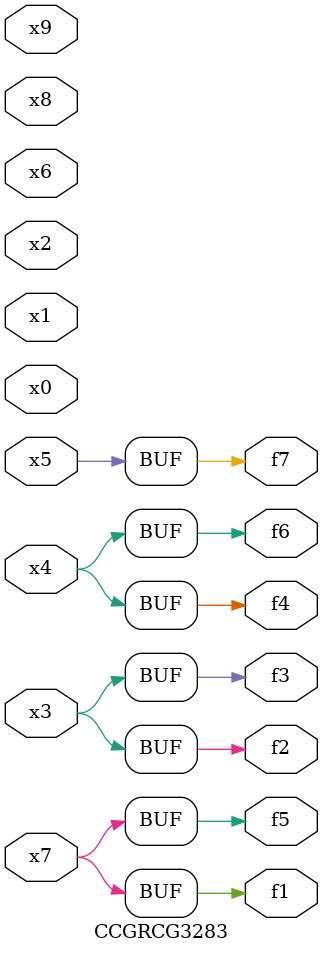
<source format=v>
module CCGRCG3283(
	input x0, x1, x2, x3, x4, x5, x6, x7, x8, x9,
	output f1, f2, f3, f4, f5, f6, f7
);
	assign f1 = x7;
	assign f2 = x3;
	assign f3 = x3;
	assign f4 = x4;
	assign f5 = x7;
	assign f6 = x4;
	assign f7 = x5;
endmodule

</source>
